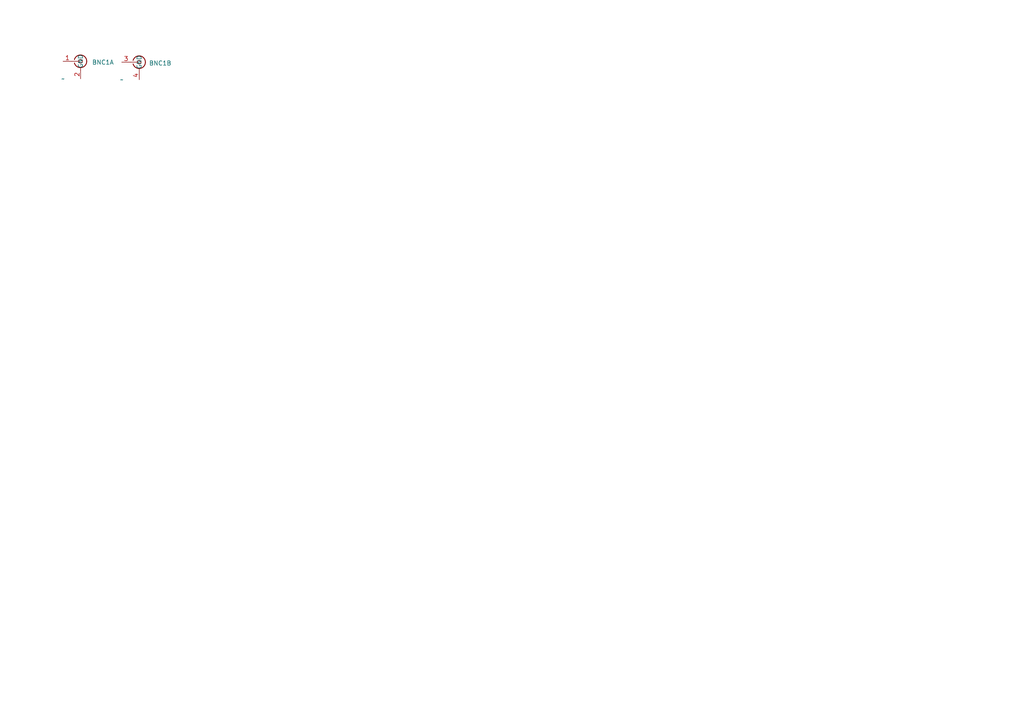
<source format=kicad_sch>
(kicad_sch (version 20230121) (generator eeschema)

  (uuid ee852e88-b2d4-4f7a-a4fa-36c46b06e15d)

  (paper "A4")

  (lib_symbols
    (symbol "All Common Schematic Symbols:2_Level_BNC 031-6575" (in_bom yes) (on_board yes)
      (property "Reference" "BNC" (at 0 -5.08 0)
        (effects (font (size 1.27 1.27)))
      )
      (property "Value" "" (at 0 -5.08 0)
        (effects (font (size 1.27 1.27)))
      )
      (property "Footprint" "All_Footprints:BNC_Amphenol_031-6575_Horizontal" (at 0 -5.08 0)
        (effects (font (size 1.27 1.27)) hide)
      )
      (property "Datasheet" "" (at 0 -5.08 0)
        (effects (font (size 1.27 1.27)) hide)
      )
      (property "ki_locked" "" (at 0 0 0)
        (effects (font (size 1.27 1.27)))
      )
      (symbol "2_Level_BNC 031-6575_0_1"
        (polyline
          (pts
            (xy 2.54 0)
            (xy 4.572 0)
          )
          (stroke (width 0) (type default))
          (fill (type none))
        )
        (polyline
          (pts
            (xy 5.08 -2.54)
            (xy 5.08 -1.778)
          )
          (stroke (width 0) (type default))
          (fill (type none))
        )
        (arc (start 3.302 -0.508) (mid 5.302 -1.808) (end 6.858 0)
          (stroke (width 0.254) (type default))
          (fill (type none))
        )
        (circle (center 5.08 0) (radius 0.508)
          (stroke (width 0.2032) (type default))
          (fill (type none))
        )
        (arc (start 6.858 0) (mid 5.3021 1.8083) (end 3.302 0.508)
          (stroke (width 0.254) (type default))
          (fill (type none))
        )
      )
      (symbol "2_Level_BNC 031-6575_1_1"
        (pin passive line (at 0 0 0) (length 2.54)
          (name "" (effects (font (size 1.27 1.27))))
          (number "1" (effects (font (size 1.27 1.27))))
        )
        (pin passive line (at 5.08 -5.08 90) (length 2.54)
          (name "GND" (effects (font (size 1.27 1.27))))
          (number "2" (effects (font (size 1.27 1.27))))
        )
      )
      (symbol "2_Level_BNC 031-6575_2_1"
        (pin passive line (at 0 0 0) (length 2.54)
          (name "" (effects (font (size 1.27 1.27))))
          (number "3" (effects (font (size 1.27 1.27))))
        )
        (pin passive line (at 5.08 -5.08 90) (length 2.54)
          (name "GND" (effects (font (size 1.27 1.27))))
          (number "4" (effects (font (size 1.27 1.27))))
        )
      )
    )
  )


  (symbol (lib_id "All Common Schematic Symbols:2_Level_BNC 031-6575") (at 18.288 17.78 0) (unit 1)
    (in_bom yes) (on_board yes) (dnp no) (fields_autoplaced)
    (uuid 0ede2612-9c03-40f6-8f53-ef85bd903ff1)
    (property "Reference" "BNC1" (at 26.67 18.0732 0)
      (effects (font (size 1.27 1.27)) (justify left))
    )
    (property "Value" "~" (at 18.288 22.86 0)
      (effects (font (size 1.27 1.27)))
    )
    (property "Footprint" "All_Footprints:BNC_Amphenol_031-6575_Horizontal" (at 18.288 22.86 0)
      (effects (font (size 1.27 1.27)) hide)
    )
    (property "Datasheet" "" (at 18.288 22.86 0)
      (effects (font (size 1.27 1.27)) hide)
    )
    (pin "1" (uuid 2052a1d9-94bc-4ee0-afe5-16bed9ad173b))
    (pin "2" (uuid a6eb1865-f1a4-4d56-a252-82c6c11f4bb8))
    (pin "3" (uuid 3c292f6e-cead-49d2-8a96-d8972bd060d0))
    (pin "4" (uuid 4d60274d-378e-4b53-8004-68bbda23b86c))
    (instances
      (project "PCB Components"
        (path "/ee852e88-b2d4-4f7a-a4fa-36c46b06e15d"
          (reference "BNC1") (unit 1)
        )
      )
    )
  )

  (symbol (lib_id "All Common Schematic Symbols:2_Level_BNC 031-6575") (at 35.306 18.034 0) (unit 2)
    (in_bom yes) (on_board yes) (dnp no) (fields_autoplaced)
    (uuid 6b4fb83c-9e4d-419a-89ce-e2734c5eca11)
    (property "Reference" "BNC1" (at 43.18 18.3272 0)
      (effects (font (size 1.27 1.27)) (justify left))
    )
    (property "Value" "~" (at 35.306 23.114 0)
      (effects (font (size 1.27 1.27)))
    )
    (property "Footprint" "All_Footprints:BNC_Amphenol_031-6575_Horizontal" (at 35.306 23.114 0)
      (effects (font (size 1.27 1.27)) hide)
    )
    (property "Datasheet" "" (at 35.306 23.114 0)
      (effects (font (size 1.27 1.27)) hide)
    )
    (pin "1" (uuid f47eb93e-c308-4edd-80e1-a0ec8e3c4308))
    (pin "2" (uuid 0dcd6c8e-0609-44b6-8e84-537ecc2fc0cd))
    (pin "3" (uuid 8c3584ca-78ec-4f70-bb26-f7bc8fdb862b))
    (pin "4" (uuid 9098811f-4e82-4750-9859-2c44aae66153))
    (instances
      (project "PCB Components"
        (path "/ee852e88-b2d4-4f7a-a4fa-36c46b06e15d"
          (reference "BNC1") (unit 2)
        )
      )
    )
  )

  (sheet_instances
    (path "/" (page "1"))
  )
)

</source>
